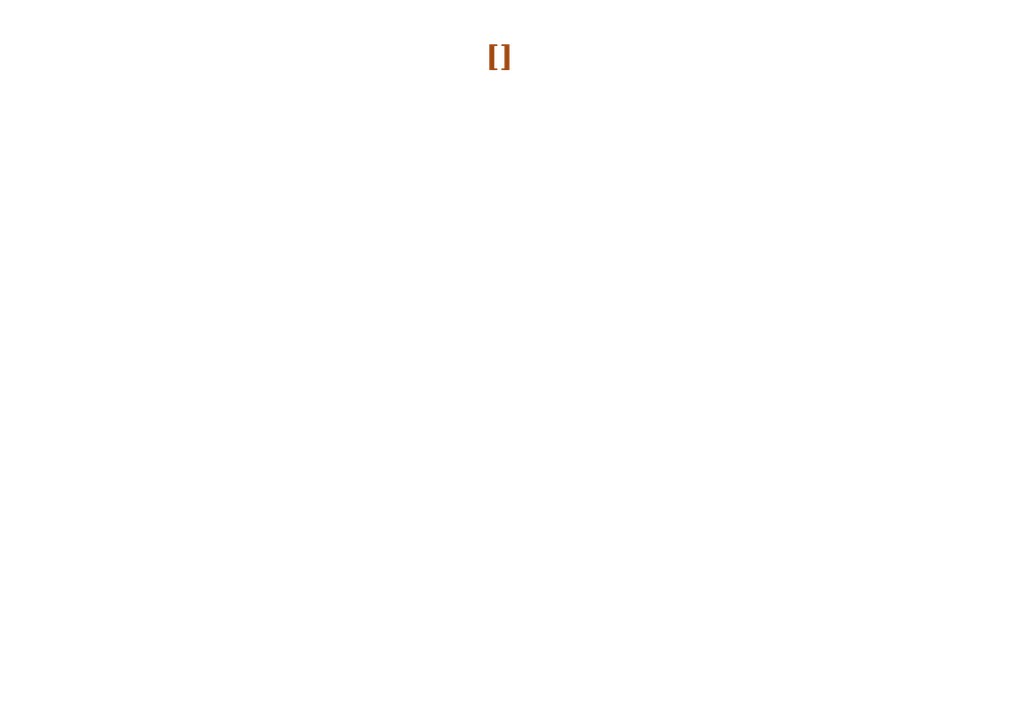
<source format=kicad_sch>
(kicad_sch
	(version 20231120)
	(generator "eeschema")
	(generator_version "8.0")
	(uuid "b7ce2658-0c16-417c-9e64-5f86ab89a607")
	(paper "A4")
	(title_block
		(title "Cell_Sentinel")
		(date "2024-11-05")
		(rev "1.0.0")
	)
	(lib_symbols)
	(text "[${#}] ${SHEETNAME}"
		(exclude_from_sim no)
		(at 146.304 18.542 0)
		(effects
			(font
				(face "Times New Roman")
				(size 6 6)
				(thickness 1.6)
				(bold yes)
				(color 159 72 15 1)
			)
		)
		(uuid "6ea5d437-4f91-4d7b-a798-2f506e3aa29c")
	)
)

</source>
